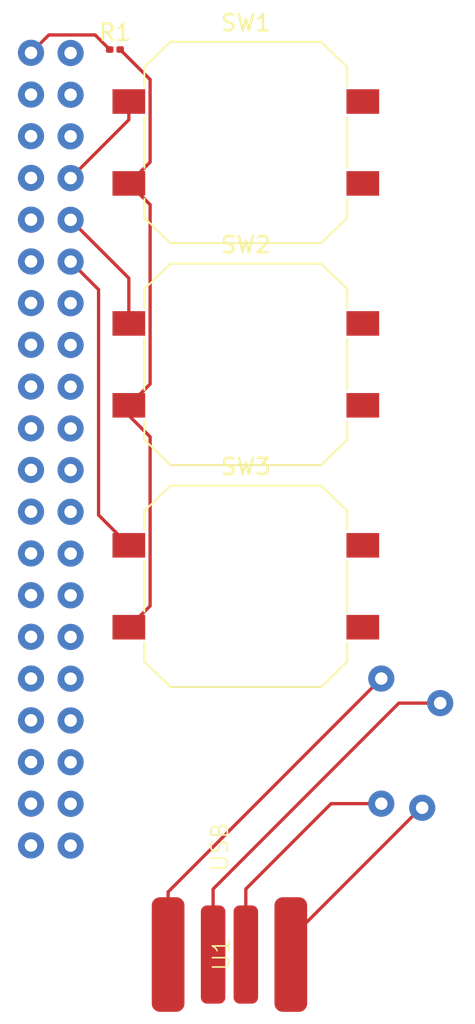
<source format=kicad_pcb>
(kicad_pcb (version 20240108) (generator "pcbnew") (generator_version "8.0")
  (layers (0 "F.Cu" signal) (31 "B.Cu" signal) (34 "B.Paste" user) (35 "F.Paste" user) (36 "B.SilkS" user "B.Silkscreen") (37 "F.SilkS" user "F.Silkscreen") (38 "B.Mask" user) (39 "F.Mask" user) (44 "Edge.Cuts" user))
  (net 0 "")
  (net 1 "Net-(U1-D-)")
  (net 2 "Net-(U1-GND)")
  (net 3 "Net-(U1-D+)")
  (net 4 "Net-(U1-Vcc)")
  (net 5 "Net-(R1-Pad1)")
  (net 10 "Net-(U2-GPIO_15)")
  (net 13 "Net-(U2-GPIO3)")
  (net 14 "Net-(U2-GPIO_14)")
  (net 20 "Net-(U2-GPIO_18)")
  (net 26 "Net-(U2-GPIO_2)")
  (net 32 "Net-(U3-Vcc)")
  (net 33 "Net-(U3-GND)")
  (net 44 "Net-(R1-Pad2)")
  (footprint "pass_man_footprints:pi_zero_pcb_pins" (layer "F.Cu") (at 127.08 87.9)
    (property "Reference" "U2" (hide yes))
    (property "Value" "~" (hide yes))
    (pad "1" thru_hole circle (at -1.21 -24.2) (size 1.6 1.6) (drill 0.762) (layers "*.Cu" "*.Mask") (net 5 "Net-(R1-Pad1)"))
    (pad "2" thru_hole circle (at 1.21 -24.19) (size 1.6 1.6) (drill 0.762) (layers "*.Cu" "*.Mask") (net 32 "Net-(U3-Vcc)"))
    (pad "3" thru_hole circle (at -1.21 -21.65) (size 1.6 1.6) (drill 0.762) (layers "*.Cu" "*.Mask") (net 26 "Net-(U2-GPIO_2)"))
    (pad "4" thru_hole circle (at 1.21 -21.64) (size 1.6 1.6) (drill 0.762) (layers "*.Cu" "*.Mask"))
    (pad "5" thru_hole circle (at -1.21 -19.11) (size 1.6 1.6) (drill 0.762) (layers "*.Cu" "*.Mask") (net 13 "Net-(U2-GPIO3)"))
    (pad "6" thru_hole circle (at 1.21 -19.1) (size 1.6 1.6) (drill 0.762) (layers "*.Cu" "*.Mask"))
    (pad "7" thru_hole circle (at -1.21 -16.56) (size 1.6 1.6) (drill 0.762) (layers "*.Cu" "*.Mask"))
    (pad "8" thru_hole circle (at 1.21 -16.55) (size 1.6 1.6) (drill 0.762) (layers "*.Cu" "*.Mask") (net 14 "Net-(U2-GPIO_14)"))
    (pad "9" thru_hole circle (at -1.21 -14.01) (size 1.6 1.6) (drill 0.762) (layers "*.Cu" "*.Mask") (net 33 "Net-(U3-GND)"))
    (pad "10" thru_hole circle (at 1.21 -14) (size 1.6 1.6) (drill 0.762) (layers "*.Cu" "*.Mask") (net 10 "Net-(U2-GPIO_15)"))
    (pad "11" thru_hole circle (at -1.21 -11.46) (size 1.6 1.6) (drill 0.762) (layers "*.Cu" "*.Mask"))
    (pad "12" thru_hole circle (at 1.21 -11.45) (size 1.6 1.6) (drill 0.762) (layers "*.Cu" "*.Mask") (net 20 "Net-(U2-GPIO_18)"))
    (pad "13" thru_hole circle (at -1.21 -8.92) (size 1.6 1.6) (drill 0.762) (layers "*.Cu" "*.Mask"))
    (pad "14" thru_hole circle (at 1.21 -8.91) (size 1.6 1.6) (drill 0.762) (layers "*.Cu" "*.Mask"))
    (pad "15" thru_hole circle (at -1.21 -6.37) (size 1.6 1.6) (drill 0.762) (layers "*.Cu" "*.Mask"))
    (pad "16" thru_hole circle (at 1.21 -6.36) (size 1.6 1.6) (drill 0.762) (layers "*.Cu" "*.Mask"))
    (pad "17" thru_hole circle (at -1.21 -3.82) (size 1.6 1.6) (drill 0.762) (layers "*.Cu" "*.Mask"))
    (pad "18" thru_hole circle (at 1.21 -3.81) (size 1.6 1.6) (drill 0.762) (layers "*.Cu" "*.Mask"))
    (pad "19" thru_hole circle (at -1.21 -1.27) (size 1.6 1.6) (drill 0.762) (layers "*.Cu" "*.Mask"))
    (pad "20" thru_hole circle (at 1.21 -1.26) (size 1.6 1.6) (drill 0.762) (layers "*.Cu" "*.Mask"))
    (pad "21" thru_hole circle (at -1.21 1.27) (size 1.6 1.6) (drill 0.762) (layers "*.Cu" "*.Mask"))
    (pad "22" thru_hole circle (at 1.21 1.28) (size 1.6 1.6) (drill 0.762) (layers "*.Cu" "*.Mask"))
    (pad "23" thru_hole circle (at -1.21 3.82) (size 1.6 1.6) (drill 0.762) (layers "*.Cu" "*.Mask"))
    (pad "24" thru_hole circle (at 1.21 3.83) (size 1.6 1.6) (drill 0.762) (layers "*.Cu" "*.Mask"))
    (pad "25" thru_hole circle (at -1.21 6.37) (size 1.6 1.6) (drill 0.762) (layers "*.Cu" "*.Mask"))
    (pad "26" thru_hole circle (at 1.21 6.38) (size 1.6 1.6) (drill 0.762) (layers "*.Cu" "*.Mask"))
    (pad "27" thru_hole circle (at -1.21 8.92) (size 1.6 1.6) (drill 0.762) (layers "*.Cu" "*.Mask"))
    (pad "28" thru_hole circle (at 1.21 8.93) (size 1.6 1.6) (drill 0.762) (layers "*.Cu" "*.Mask"))
    (pad "29" thru_hole circle (at -1.21 11.46) (size 1.6 1.6) (drill 0.762) (layers "*.Cu" "*.Mask"))
    (pad "30" thru_hole circle (at 1.21 11.47) (size 1.6 1.6) (drill 0.762) (layers "*.Cu" "*.Mask"))
    (pad "31" thru_hole circle (at -1.21 14.01) (size 1.6 1.6) (drill 0.762) (layers "*.Cu" "*.Mask"))
    (pad "32" thru_hole circle (at 1.21 14.02) (size 1.6 1.6) (drill 0.762) (layers "*.Cu" "*.Mask"))
    (pad "33" thru_hole circle (at -1.21 16.56) (size 1.6 1.6) (drill 0.762) (layers "*.Cu" "*.Mask"))
    (pad "34" thru_hole circle (at 1.21 16.57) (size 1.6 1.6) (drill 0.762) (layers "*.Cu" "*.Mask"))
    (pad "35" thru_hole circle (at -1.21 19.11) (size 1.6 1.6) (drill 0.762) (layers "*.Cu" "*.Mask"))
    (pad "36" thru_hole circle (at 1.21 19.12) (size 1.6 1.6) (drill 0.762) (layers "*.Cu" "*.Mask"))
    (pad "37" thru_hole circle (at -1.21 21.65) (size 1.6 1.6) (drill 0.762) (layers "*.Cu" "*.Mask"))
    (pad "38" thru_hole circle (at 1.21 21.66) (size 1.6 1.6) (drill 0.762) (layers "*.Cu" "*.Mask"))
    (pad "39" thru_hole circle (at -1.21 24.2) (size 1.6 1.6) (drill 0.762) (layers "*.Cu" "*.Mask"))
    (pad "40" thru_hole circle (at 1.21 24.21) (size 1.6 1.6) (drill 0.762) (layers "*.Cu" "*.Mask"))
    (pad "41" thru_hole circle (at 20.2 14.01) (size 1.6 1.6) (drill 0.762) (layers "*.Cu" "*.Mask") (net 4 "Net-(U1-Vcc)"))
    (pad "42" thru_hole circle (at 23.8 15.51) (size 1.6 1.6) (drill 0.762) (layers "*.Cu" "*.Mask") (net 3 "Net-(U1-D+)"))
    (pad "43" thru_hole circle (at 20.2 21.65) (size 1.6 1.6) (drill 0.762) (layers "*.Cu" "*.Mask") (net 1 "Net-(U1-D-)"))
    (pad "44" thru_hole circle (at 22.7 21.9) (size 1.6 1.6) (drill 0.762) (layers "*.Cu" "*.Mask") (net 2 "Net-(U1-GND)"))
  )
  (footprint "Button_Switch_SMD:SW_Push_1P1T_NO_CK_PTS125Sx43PSMTR" (layer "F.Cu") (at 139 82.725)
    (property "Reference" "SW2" (at 0 -7.3 0) (layer "F.SilkS"))
    (property "Value" "DOWN_BUTTON")
    (fp_line (start -6.2 -4.6) (end -4.6 -6.15) (stroke (width 0.12)) (layer "F.SilkS"))
    (fp_line (start -6.2 -3.45) (end -6.2 -4.6) (stroke (width 0.12)) (layer "F.SilkS"))
    (fp_line (start -6.2 -1.55) (end -6.2 1.55) (stroke (width 0.12)) (layer "F.SilkS"))
    (fp_line (start -6.2 3.45) (end -6.2 4.6) (stroke (width 0.12)) (layer "F.SilkS"))
    (fp_line (start -6.2 4.6) (end -4.6 6.15) (stroke (width 0.12)) (layer "F.SilkS"))
    (fp_line (start -4.6 -6.15) (end 4.6 -6.15) (stroke (width 0.12)) (layer "F.SilkS"))
    (fp_line (start -4.6 6.15) (end 4.6 6.15) (stroke (width 0.12)) (layer "F.SilkS"))
    (fp_line (start 4.6 -6.15) (end 6.2 -4.6) (stroke (width 0.12)) (layer "F.SilkS"))
    (fp_line (start 4.6 6.15) (end 6.2 4.6) (stroke (width 0.12)) (layer "F.SilkS"))
    (fp_line (start 6.2 -3.45) (end 6.2 -4.6) (stroke (width 0.12)) (layer "F.SilkS"))
    (fp_line (start 6.2 -1.55) (end 6.2 1.55) (stroke (width 0.12)) (layer "F.SilkS"))
    (fp_line (start 6.2 3.45) (end 6.2 4.6) (stroke (width 0.12)) (layer "F.SilkS"))
    (pad "" np_thru_hole circle (at 0 -4.5) (size 2 2) (drill 2) (layers "*.Cu" "*.Mask"))
    (pad "" np_thru_hole circle (at 0 4.5) (size 2 2) (drill 2) (layers "*.Cu" "*.Mask"))
    (pad "1" smd rect (at -7.15 -2.5) (size 2 1.5) (layers "F.Cu" "F.Paste" "F.Mask") (net 10 "Net-(U2-GPIO_15)"))
    (pad "1" smd rect (at 7.15 -2.5) (size 2 1.5) (layers "F.Cu" "F.Paste" "F.Mask") (net 10 "Net-(U2-GPIO_15)"))
    (pad "2" smd rect (at -7.15 2.5) (size 2 1.5) (layers "F.Cu" "F.Paste" "F.Mask") (net 44 "Net-(R1-Pad2)"))
    (pad "2" smd rect (at 7.15 2.5) (size 2 1.5) (layers "F.Cu" "F.Paste" "F.Mask") (net 44 "Net-(R1-Pad2)"))
  )
  (footprint "Button_Switch_SMD:SW_Push_1P1T_NO_CK_PTS125Sx43PSMTR" (layer "F.Cu") (at 139 96.275)
    (property "Reference" "SW3" (at 0 -7.3 0) (layer "F.SilkS"))
    (property "Value" "SELECT_BUTTON")
    (fp_line (start -6.2 -4.6) (end -4.6 -6.15) (stroke (width 0.12)) (layer "F.SilkS"))
    (fp_line (start -6.2 -3.45) (end -6.2 -4.6) (stroke (width 0.12)) (layer "F.SilkS"))
    (fp_line (start -6.2 -1.55) (end -6.2 1.55) (stroke (width 0.12)) (layer "F.SilkS"))
    (fp_line (start -6.2 3.45) (end -6.2 4.6) (stroke (width 0.12)) (layer "F.SilkS"))
    (fp_line (start -6.2 4.6) (end -4.6 6.15) (stroke (width 0.12)) (layer "F.SilkS"))
    (fp_line (start -4.6 -6.15) (end 4.6 -6.15) (stroke (width 0.12)) (layer "F.SilkS"))
    (fp_line (start -4.6 6.15) (end 4.6 6.15) (stroke (width 0.12)) (layer "F.SilkS"))
    (fp_line (start 4.6 -6.15) (end 6.2 -4.6) (stroke (width 0.12)) (layer "F.SilkS"))
    (fp_line (start 4.6 6.15) (end 6.2 4.6) (stroke (width 0.12)) (layer "F.SilkS"))
    (fp_line (start 6.2 -3.45) (end 6.2 -4.6) (stroke (width 0.12)) (layer "F.SilkS"))
    (fp_line (start 6.2 -1.55) (end 6.2 1.55) (stroke (width 0.12)) (layer "F.SilkS"))
    (fp_line (start 6.2 3.45) (end 6.2 4.6) (stroke (width 0.12)) (layer "F.SilkS"))
    (pad "" np_thru_hole circle (at 0 -4.5) (size 2 2) (drill 2) (layers "*.Cu" "*.Mask"))
    (pad "" np_thru_hole circle (at 0 4.5) (size 2 2) (drill 2) (layers "*.Cu" "*.Mask"))
    (pad "1" smd rect (at -7.15 -2.5) (size 2 1.5) (layers "F.Cu" "F.Paste" "F.Mask") (net 20 "Net-(U2-GPIO_18)"))
    (pad "1" smd rect (at 7.15 -2.5) (size 2 1.5) (layers "F.Cu" "F.Paste" "F.Mask") (net 20 "Net-(U2-GPIO_18)"))
    (pad "2" smd rect (at -7.15 2.5) (size 2 1.5) (layers "F.Cu" "F.Paste" "F.Mask") (net 44 "Net-(R1-Pad2)"))
    (pad "2" smd rect (at 7.15 2.5) (size 2 1.5) (layers "F.Cu" "F.Paste" "F.Mask") (net 44 "Net-(R1-Pad2)"))
  )
  (footprint "Button_Switch_SMD:SW_Push_1P1T_NO_CK_PTS125Sx43PSMTR" (layer "F.Cu") (at 139 69.175)
    (property "Reference" "SW1" (at 0 -7.3 0) (layer "F.SilkS"))
    (property "Value" "UP_BUTTON")
    (fp_line (start -6.2 -4.6) (end -4.6 -6.15) (stroke (width 0.12)) (layer "F.SilkS"))
    (fp_line (start -6.2 -3.45) (end -6.2 -4.6) (stroke (width 0.12)) (layer "F.SilkS"))
    (fp_line (start -6.2 -1.55) (end -6.2 1.55) (stroke (width 0.12)) (layer "F.SilkS"))
    (fp_line (start -6.2 3.45) (end -6.2 4.6) (stroke (width 0.12)) (layer "F.SilkS"))
    (fp_line (start -6.2 4.6) (end -4.6 6.15) (stroke (width 0.12)) (layer "F.SilkS"))
    (fp_line (start -4.6 -6.15) (end 4.6 -6.15) (stroke (width 0.12)) (layer "F.SilkS"))
    (fp_line (start -4.6 6.15) (end 4.6 6.15) (stroke (width 0.12)) (layer "F.SilkS"))
    (fp_line (start 4.6 -6.15) (end 6.2 -4.6) (stroke (width 0.12)) (layer "F.SilkS"))
    (fp_line (start 4.6 6.15) (end 6.2 4.6) (stroke (width 0.12)) (layer "F.SilkS"))
    (fp_line (start 6.2 -3.45) (end 6.2 -4.6) (stroke (width 0.12)) (layer "F.SilkS"))
    (fp_line (start 6.2 -1.55) (end 6.2 1.55) (stroke (width 0.12)) (layer "F.SilkS"))
    (fp_line (start 6.2 3.45) (end 6.2 4.6) (stroke (width 0.12)) (layer "F.SilkS"))
    (pad "" np_thru_hole circle (at 0 -4.5) (size 2 2) (drill 2) (layers "*.Cu" "*.Mask"))
    (pad "" np_thru_hole circle (at 0 4.5) (size 2 2) (drill 2) (layers "*.Cu" "*.Mask"))
    (pad "1" smd rect (at -7.15 -2.5) (size 2 1.5) (layers "F.Cu" "F.Paste" "F.Mask") (net 14 "Net-(U2-GPIO_14)"))
    (pad "1" smd rect (at 7.15 -2.5) (size 2 1.5) (layers "F.Cu" "F.Paste" "F.Mask") (net 14 "Net-(U2-GPIO_14)"))
    (pad "2" smd rect (at -7.15 2.5) (size 2 1.5) (layers "F.Cu" "F.Paste" "F.Mask") (net 44 "Net-(R1-Pad2)"))
    (pad "2" smd rect (at 7.15 2.5) (size 2 1.5) (layers "F.Cu" "F.Paste" "F.Mask") (net 44 "Net-(R1-Pad2)"))
  )
  (footprint "pass_man_footprints:pi_USB_connector" (layer "F.Cu") (at 138 118.7625 90)
    (property "Reference" "U1" (at 0 -0.5 90) (layer "F.SilkS") (effects (font (thickness 0.1))))
    (property "Value" "~")
    (fp_text user "USB" (at 5 0 90) (layer "F.SilkS") (effects (font (thickness 0.1)) (justify left bottom)))
    (pad "1" smd roundrect (at 0 -3.75 90) (size 7 2) (layers "F.Cu" "F.Paste" "F.Mask") (net 4 "Net-(U1-Vcc)"))
    (pad "2" smd roundrect (at 0 -1 90) (size 6 1.5) (layers "F.Cu" "F.Paste" "F.Mask") (net 3 "Net-(U1-D+)"))
    (pad "3" smd roundrect (at 0 1 90) (size 6 1.5) (layers "F.Cu" "F.Paste" "F.Mask") (net 1 "Net-(U1-D-)"))
    (pad "4" smd roundrect (at 0 3.75 90) (size 7 2) (layers "F.Cu" "F.Paste" "F.Mask") (net 2 "Net-(U1-GND)"))
  )
  (footprint "Resistor_SMD:R_0201_0603Metric" (layer "F.Cu") (at 131 63.5)
    (property "Reference" "R1" (at 0 -1.05 0) (layer "F.SilkS"))
    (property "Value" "R")
    (pad "1" smd roundrect (at -0.32 0) (size 0.46 0.4) (layers "F.Cu" "F.Mask") (net 5 "Net-(R1-Pad1)"))
    (pad "2" smd roundrect (at 0.32 0) (size 0.46 0.4) (layers "F.Cu" "F.Mask") (net 44 "Net-(R1-Pad2)"))
  )
  (segment (start 144.2125 109.55) (end 147.28 109.55) (width 0.2) (layer "F.Cu") (net 1))
  (segment (start 139 114.7625) (end 144.2125 109.55) (width 0.2) (layer "F.Cu") (net 1))
  (segment (start 139 117.7625) (end 139 114.7625) (width 0.2) (layer "F.Cu") (net 1))
  (segment (start 141.75 117.7625) (end 149.7125 109.8) (width 0.2) (layer "F.Cu") (net 2))
  (segment (start 149.7125 109.8) (end 149.78 109.8) (width 0.2) (layer "F.Cu") (net 2))
  (segment (start 148.3525 103.41) (end 150.88 103.41) (width 0.2) (layer "F.Cu") (net 3))
  (segment (start 137 114.7625) (end 148.3525 103.41) (width 0.2) (layer "F.Cu") (net 3))
  (segment (start 137 117.7625) (end 137 114.7625) (width 0.2) (layer "F.Cu") (net 3))
  (segment (start 134.25 114.94) (end 147.28 101.91) (width 0.2) (layer "F.Cu") (net 4))
  (segment (start 134.25 117.7625) (end 134.25 114.94) (width 0.2) (layer "F.Cu") (net 4))
  (segment (start 126.96 62.61) (end 129.79 62.61) (width 0.2) (layer "F.Cu") (net 5))
  (segment (start 129.79 62.61) (end 130.68 63.5) (width 0.2) (layer "F.Cu") (net 5))
  (segment (start 125.87 63.7) (end 126.96 62.61) (width 0.2) (layer "F.Cu") (net 5))
  (segment (start 131.85 80.225) (end 131.85 77.46) (width 0.2) (layer "F.Cu") (net 10))
  (segment (start 131.85 77.46) (end 128.29 73.9) (width 0.2) (layer "F.Cu") (net 10))
  (segment (start 131.85 66.675) (end 131.85 67.79) (width 0.2) (layer "F.Cu") (net 14))
  (segment (start 131.85 67.79) (end 128.29 71.35) (width 0.2) (layer "F.Cu") (net 14))
  (segment (start 130 78.16) (end 128.29 76.45) (width 0.2) (layer "F.Cu") (net 20))
  (segment (start 130 91.925) (end 130 78.16) (width 0.2) (layer "F.Cu") (net 20))
  (segment (start 131.85 93.775) (end 130 91.925) (width 0.2) (layer "F.Cu") (net 20))
  (segment (start 133.15 97.475) (end 131.85 98.775) (width 0.2) (layer "F.Cu") (net 44))
  (segment (start 133.15 87.15) (end 133.15 97.475) (width 0.2) (layer "F.Cu") (net 44))
  (segment (start 133.15 72.975) (end 133.15 83.925) (width 0.2) (layer "F.Cu") (net 44))
  (segment (start 131.85 85.85) (end 133.15 87.15) (width 0.2) (layer "F.Cu") (net 44))
  (segment (start 131.32 63.5) (end 133.15 65.33) (width 0.2) (layer "F.Cu") (net 44))
  (segment (start 131.85 71.675) (end 133.15 72.975) (width 0.2) (layer "F.Cu") (net 44))
  (segment (start 131.85 85.225) (end 131.85 85.85) (width 0.2) (layer "F.Cu") (net 44))
  (segment (start 133.15 65.33) (end 133.15 70.375) (width 0.2) (layer "F.Cu") (net 44))
  (segment (start 133.15 70.375) (end 131.85 71.675) (width 0.2) (layer "F.Cu") (net 44))
  (segment (start 133.15 83.925) (end 131.85 85.225) (width 0.2) (layer "F.Cu") (net 44))
)
</source>
